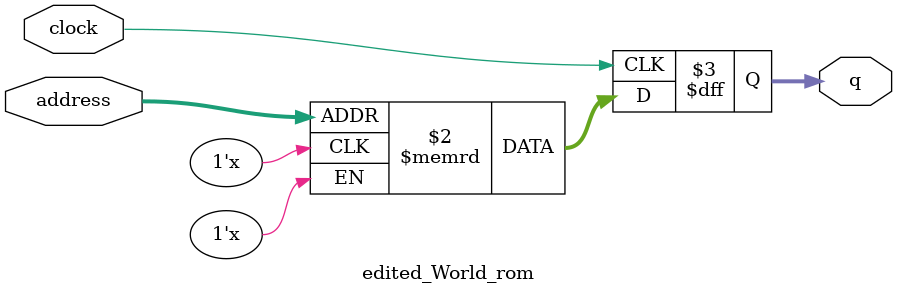
<source format=sv>
module edited_World_rom (
	input logic clock,
	input logic [18:0] address,
	output logic [3:0] q
);

logic [3:0] memory [0:307199] /* synthesis ram_init_file = "./edited_World/edited_World.mif" */;

always_ff @ (posedge clock) begin
	q <= memory[address];
end

endmodule

</source>
